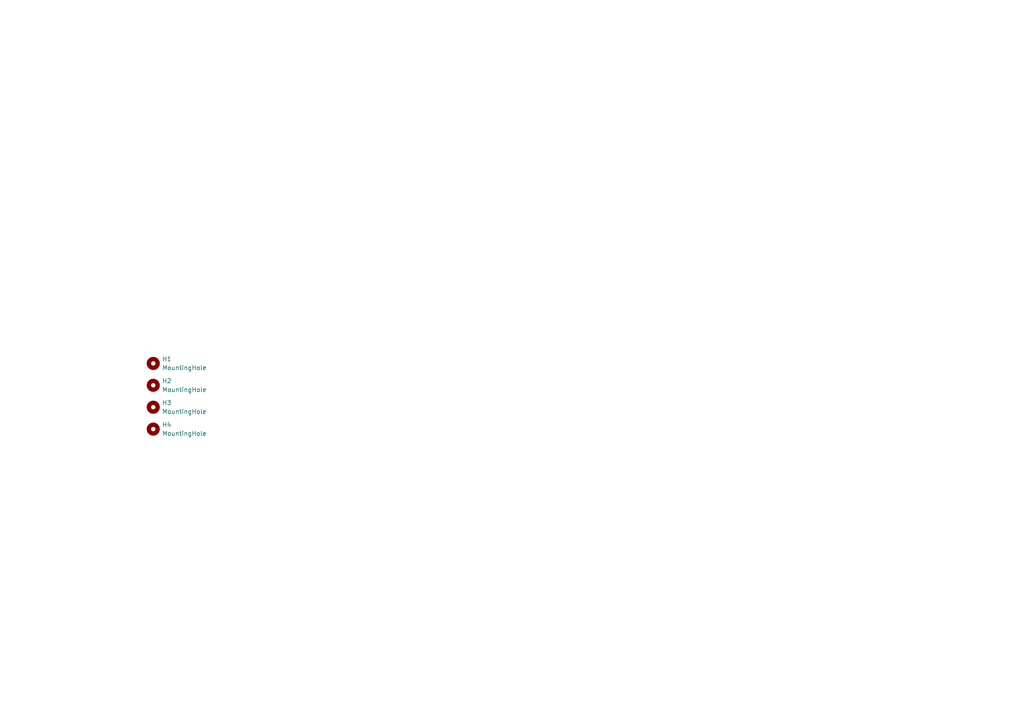
<source format=kicad_sch>
(kicad_sch (version 20230121) (generator eeschema)
  (paper "A4")
  (lib_symbols
    (symbol "Mechanical:MountingHole" (pin_names (offset 1.016))
      (property "Reference" "H" (at 0 5.08 0))
      (property "Value" "MountingHole" (at 0 3.175 0))
      (symbol "MountingHole_0_1"
        (circle (center 0 0) (radius 1.27) (stroke (width 1.27)))
      )
    )
  )
  (symbol (lib_id "Mechanical:MountingHole") (at 44.45 124.46 0) (unit 1)
    (property "Reference" "H4" (at 46.99 123.19 0) (effects (justify left)))
    (property "Value" "MountingHole" (at 46.99 125.73 0) (effects (justify left)))
    (property "Footprint" "MountingHole:MountingHole_3.2mm_M3_ISO14580" (effects hide))
  )
  (symbol (lib_id "Mechanical:MountingHole") (at 44.45 118.11 0) (unit 1)
    (property "Reference" "H3" (at 46.99 116.84 0) (effects (justify left)))
    (property "Value" "MountingHole" (at 46.99 119.38 0) (effects (justify left)))
    (property "Footprint" "MountingHole:MountingHole_3.2mm_M3_ISO14580" (effects hide))
  )
  (symbol (lib_id "Mechanical:MountingHole") (at 44.45 105.41 0) (unit 1)
    (property "Reference" "H1" (at 46.99 104.14 0) (effects (justify left)))
    (property "Value" "MountingHole" (at 46.99 106.68 0) (effects (justify left)))
    (property "Footprint" "MountingHole:MountingHole_3.2mm_M3_ISO14580" (effects hide))
  )
  (symbol (lib_id "Mechanical:MountingHole") (at 44.45 111.76 0) (unit 1)
    (property "Reference" "H2" (at 46.99 110.49 0) (effects (justify left)))
    (property "Value" "MountingHole" (at 46.99 113.03 0) (effects (justify left)))
    (property "Footprint" "MountingHole:MountingHole_3.2mm_M3_ISO14580" (effects hide))
  )
)
</source>
